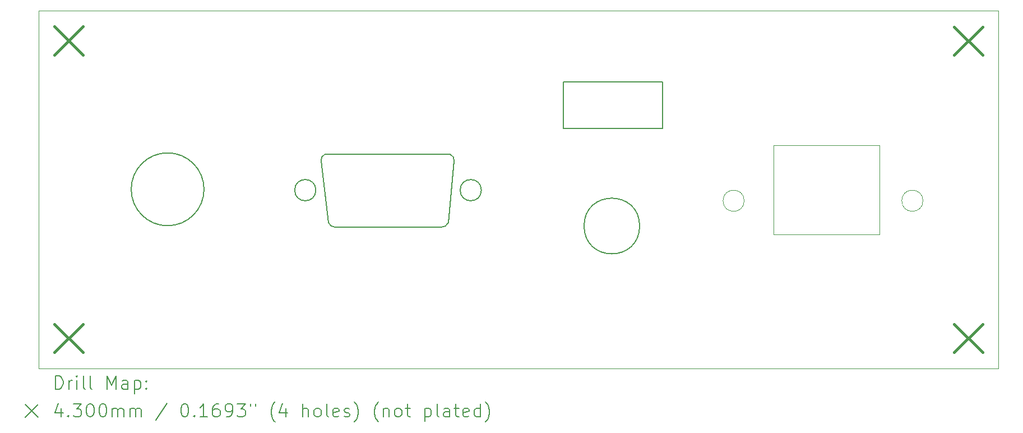
<source format=gbr>
%TF.GenerationSoftware,KiCad,Pcbnew,8.0.1*%
%TF.CreationDate,2025-07-27T10:51:25+02:00*%
%TF.ProjectId,SVX_Node_Case_back.kicad_pcb_usb,5356585f-4e6f-4646-955f-436173655f62,rev?*%
%TF.SameCoordinates,Original*%
%TF.FileFunction,Drillmap*%
%TF.FilePolarity,Positive*%
%FSLAX45Y45*%
G04 Gerber Fmt 4.5, Leading zero omitted, Abs format (unit mm)*
G04 Created by KiCad (PCBNEW 8.0.1) date 2025-07-27 10:51:25*
%MOMM*%
%LPD*%
G01*
G04 APERTURE LIST*
%ADD10C,0.200000*%
%ADD11C,0.050000*%
%ADD12C,0.430000*%
G04 APERTURE END LIST*
D10*
X10551000Y-9697000D02*
G75*
G02*
X9451000Y-9697000I-550000J0D01*
G01*
X9451000Y-9697000D02*
G75*
G02*
X10551000Y-9697000I550000J0D01*
G01*
X14243974Y-10196681D02*
G75*
G02*
X14130000Y-10270002I-109984J45721D01*
G01*
D11*
X19150000Y-9030000D02*
X20750000Y-9030000D01*
X20750000Y-10380000D01*
X19150000Y-10380000D01*
X19150000Y-9030000D01*
D10*
X12319334Y-9270264D02*
G75*
G02*
X12376061Y-9169702I90936J14984D01*
G01*
X17131000Y-10251000D02*
G75*
G02*
X16291000Y-10251000I-420000J0D01*
G01*
X16291000Y-10251000D02*
G75*
G02*
X17131000Y-10251000I420000J0D01*
G01*
X12530000Y-10270000D02*
X14130000Y-10270000D01*
X14243974Y-10196681D02*
X14328000Y-9271000D01*
X15975000Y-8075000D02*
X17475000Y-8075000D01*
X17475000Y-8775000D01*
X15975000Y-8775000D01*
X15975000Y-8075000D01*
X14740000Y-9710000D02*
G75*
G02*
X14420000Y-9710000I-160000J0D01*
G01*
X14420000Y-9710000D02*
G75*
G02*
X14740000Y-9710000I160000J0D01*
G01*
X12376061Y-9169703D02*
X14270673Y-9170000D01*
X12240000Y-9710000D02*
G75*
G02*
X11920000Y-9710000I-160000J0D01*
G01*
X11920000Y-9710000D02*
G75*
G02*
X12240000Y-9710000I160000J0D01*
G01*
X12530000Y-10270000D02*
G75*
G02*
X12427380Y-10196745I7520J119040D01*
G01*
X14271000Y-9170000D02*
G75*
G02*
X14327729Y-9270561I-34210J-85580D01*
G01*
X12427377Y-10196747D02*
X12319334Y-9270264D01*
D11*
X18710000Y-9870000D02*
G75*
G02*
X18390000Y-9870000I-160000J0D01*
G01*
X18390000Y-9870000D02*
G75*
G02*
X18710000Y-9870000I160000J0D01*
G01*
X21410000Y-9870000D02*
G75*
G02*
X21090000Y-9870000I-160000J0D01*
G01*
X21090000Y-9870000D02*
G75*
G02*
X21410000Y-9870000I160000J0D01*
G01*
X8050000Y-7000000D02*
X22550000Y-7000000D01*
X22550000Y-12400000D01*
X8050000Y-12400000D01*
X8050000Y-7000000D01*
D10*
D12*
X8290000Y-7240000D02*
X8720000Y-7670000D01*
X8720000Y-7240000D02*
X8290000Y-7670000D01*
X8290000Y-11730000D02*
X8720000Y-12160000D01*
X8720000Y-11730000D02*
X8290000Y-12160000D01*
X21878000Y-11730000D02*
X22308000Y-12160000D01*
X22308000Y-11730000D02*
X21878000Y-12160000D01*
X21880000Y-7242500D02*
X22310000Y-7672500D01*
X22310000Y-7242500D02*
X21880000Y-7672500D01*
D10*
X8308277Y-12713984D02*
X8308277Y-12513984D01*
X8308277Y-12513984D02*
X8355896Y-12513984D01*
X8355896Y-12513984D02*
X8384467Y-12523508D01*
X8384467Y-12523508D02*
X8403515Y-12542555D01*
X8403515Y-12542555D02*
X8413039Y-12561603D01*
X8413039Y-12561603D02*
X8422563Y-12599698D01*
X8422563Y-12599698D02*
X8422563Y-12628269D01*
X8422563Y-12628269D02*
X8413039Y-12666365D01*
X8413039Y-12666365D02*
X8403515Y-12685412D01*
X8403515Y-12685412D02*
X8384467Y-12704460D01*
X8384467Y-12704460D02*
X8355896Y-12713984D01*
X8355896Y-12713984D02*
X8308277Y-12713984D01*
X8508277Y-12713984D02*
X8508277Y-12580650D01*
X8508277Y-12618746D02*
X8517801Y-12599698D01*
X8517801Y-12599698D02*
X8527324Y-12590174D01*
X8527324Y-12590174D02*
X8546372Y-12580650D01*
X8546372Y-12580650D02*
X8565420Y-12580650D01*
X8632086Y-12713984D02*
X8632086Y-12580650D01*
X8632086Y-12513984D02*
X8622563Y-12523508D01*
X8622563Y-12523508D02*
X8632086Y-12533031D01*
X8632086Y-12533031D02*
X8641610Y-12523508D01*
X8641610Y-12523508D02*
X8632086Y-12513984D01*
X8632086Y-12513984D02*
X8632086Y-12533031D01*
X8755896Y-12713984D02*
X8736848Y-12704460D01*
X8736848Y-12704460D02*
X8727324Y-12685412D01*
X8727324Y-12685412D02*
X8727324Y-12513984D01*
X8860658Y-12713984D02*
X8841610Y-12704460D01*
X8841610Y-12704460D02*
X8832086Y-12685412D01*
X8832086Y-12685412D02*
X8832086Y-12513984D01*
X9089229Y-12713984D02*
X9089229Y-12513984D01*
X9089229Y-12513984D02*
X9155896Y-12656841D01*
X9155896Y-12656841D02*
X9222563Y-12513984D01*
X9222563Y-12513984D02*
X9222563Y-12713984D01*
X9403515Y-12713984D02*
X9403515Y-12609222D01*
X9403515Y-12609222D02*
X9393991Y-12590174D01*
X9393991Y-12590174D02*
X9374944Y-12580650D01*
X9374944Y-12580650D02*
X9336848Y-12580650D01*
X9336848Y-12580650D02*
X9317801Y-12590174D01*
X9403515Y-12704460D02*
X9384467Y-12713984D01*
X9384467Y-12713984D02*
X9336848Y-12713984D01*
X9336848Y-12713984D02*
X9317801Y-12704460D01*
X9317801Y-12704460D02*
X9308277Y-12685412D01*
X9308277Y-12685412D02*
X9308277Y-12666365D01*
X9308277Y-12666365D02*
X9317801Y-12647317D01*
X9317801Y-12647317D02*
X9336848Y-12637793D01*
X9336848Y-12637793D02*
X9384467Y-12637793D01*
X9384467Y-12637793D02*
X9403515Y-12628269D01*
X9498753Y-12580650D02*
X9498753Y-12780650D01*
X9498753Y-12590174D02*
X9517801Y-12580650D01*
X9517801Y-12580650D02*
X9555896Y-12580650D01*
X9555896Y-12580650D02*
X9574944Y-12590174D01*
X9574944Y-12590174D02*
X9584467Y-12599698D01*
X9584467Y-12599698D02*
X9593991Y-12618746D01*
X9593991Y-12618746D02*
X9593991Y-12675888D01*
X9593991Y-12675888D02*
X9584467Y-12694936D01*
X9584467Y-12694936D02*
X9574944Y-12704460D01*
X9574944Y-12704460D02*
X9555896Y-12713984D01*
X9555896Y-12713984D02*
X9517801Y-12713984D01*
X9517801Y-12713984D02*
X9498753Y-12704460D01*
X9679705Y-12694936D02*
X9689229Y-12704460D01*
X9689229Y-12704460D02*
X9679705Y-12713984D01*
X9679705Y-12713984D02*
X9670182Y-12704460D01*
X9670182Y-12704460D02*
X9679705Y-12694936D01*
X9679705Y-12694936D02*
X9679705Y-12713984D01*
X9679705Y-12590174D02*
X9689229Y-12599698D01*
X9689229Y-12599698D02*
X9679705Y-12609222D01*
X9679705Y-12609222D02*
X9670182Y-12599698D01*
X9670182Y-12599698D02*
X9679705Y-12590174D01*
X9679705Y-12590174D02*
X9679705Y-12609222D01*
X7847500Y-12942500D02*
X8047500Y-13142500D01*
X8047500Y-12942500D02*
X7847500Y-13142500D01*
X8393991Y-13000650D02*
X8393991Y-13133984D01*
X8346372Y-12924460D02*
X8298753Y-13067317D01*
X8298753Y-13067317D02*
X8422563Y-13067317D01*
X8498753Y-13114936D02*
X8508277Y-13124460D01*
X8508277Y-13124460D02*
X8498753Y-13133984D01*
X8498753Y-13133984D02*
X8489229Y-13124460D01*
X8489229Y-13124460D02*
X8498753Y-13114936D01*
X8498753Y-13114936D02*
X8498753Y-13133984D01*
X8574944Y-12933984D02*
X8698753Y-12933984D01*
X8698753Y-12933984D02*
X8632086Y-13010174D01*
X8632086Y-13010174D02*
X8660658Y-13010174D01*
X8660658Y-13010174D02*
X8679705Y-13019698D01*
X8679705Y-13019698D02*
X8689229Y-13029222D01*
X8689229Y-13029222D02*
X8698753Y-13048269D01*
X8698753Y-13048269D02*
X8698753Y-13095888D01*
X8698753Y-13095888D02*
X8689229Y-13114936D01*
X8689229Y-13114936D02*
X8679705Y-13124460D01*
X8679705Y-13124460D02*
X8660658Y-13133984D01*
X8660658Y-13133984D02*
X8603515Y-13133984D01*
X8603515Y-13133984D02*
X8584467Y-13124460D01*
X8584467Y-13124460D02*
X8574944Y-13114936D01*
X8822563Y-12933984D02*
X8841610Y-12933984D01*
X8841610Y-12933984D02*
X8860658Y-12943508D01*
X8860658Y-12943508D02*
X8870182Y-12953031D01*
X8870182Y-12953031D02*
X8879705Y-12972079D01*
X8879705Y-12972079D02*
X8889229Y-13010174D01*
X8889229Y-13010174D02*
X8889229Y-13057793D01*
X8889229Y-13057793D02*
X8879705Y-13095888D01*
X8879705Y-13095888D02*
X8870182Y-13114936D01*
X8870182Y-13114936D02*
X8860658Y-13124460D01*
X8860658Y-13124460D02*
X8841610Y-13133984D01*
X8841610Y-13133984D02*
X8822563Y-13133984D01*
X8822563Y-13133984D02*
X8803515Y-13124460D01*
X8803515Y-13124460D02*
X8793991Y-13114936D01*
X8793991Y-13114936D02*
X8784467Y-13095888D01*
X8784467Y-13095888D02*
X8774944Y-13057793D01*
X8774944Y-13057793D02*
X8774944Y-13010174D01*
X8774944Y-13010174D02*
X8784467Y-12972079D01*
X8784467Y-12972079D02*
X8793991Y-12953031D01*
X8793991Y-12953031D02*
X8803515Y-12943508D01*
X8803515Y-12943508D02*
X8822563Y-12933984D01*
X9013039Y-12933984D02*
X9032086Y-12933984D01*
X9032086Y-12933984D02*
X9051134Y-12943508D01*
X9051134Y-12943508D02*
X9060658Y-12953031D01*
X9060658Y-12953031D02*
X9070182Y-12972079D01*
X9070182Y-12972079D02*
X9079705Y-13010174D01*
X9079705Y-13010174D02*
X9079705Y-13057793D01*
X9079705Y-13057793D02*
X9070182Y-13095888D01*
X9070182Y-13095888D02*
X9060658Y-13114936D01*
X9060658Y-13114936D02*
X9051134Y-13124460D01*
X9051134Y-13124460D02*
X9032086Y-13133984D01*
X9032086Y-13133984D02*
X9013039Y-13133984D01*
X9013039Y-13133984D02*
X8993991Y-13124460D01*
X8993991Y-13124460D02*
X8984467Y-13114936D01*
X8984467Y-13114936D02*
X8974944Y-13095888D01*
X8974944Y-13095888D02*
X8965420Y-13057793D01*
X8965420Y-13057793D02*
X8965420Y-13010174D01*
X8965420Y-13010174D02*
X8974944Y-12972079D01*
X8974944Y-12972079D02*
X8984467Y-12953031D01*
X8984467Y-12953031D02*
X8993991Y-12943508D01*
X8993991Y-12943508D02*
X9013039Y-12933984D01*
X9165420Y-13133984D02*
X9165420Y-13000650D01*
X9165420Y-13019698D02*
X9174944Y-13010174D01*
X9174944Y-13010174D02*
X9193991Y-13000650D01*
X9193991Y-13000650D02*
X9222563Y-13000650D01*
X9222563Y-13000650D02*
X9241610Y-13010174D01*
X9241610Y-13010174D02*
X9251134Y-13029222D01*
X9251134Y-13029222D02*
X9251134Y-13133984D01*
X9251134Y-13029222D02*
X9260658Y-13010174D01*
X9260658Y-13010174D02*
X9279705Y-13000650D01*
X9279705Y-13000650D02*
X9308277Y-13000650D01*
X9308277Y-13000650D02*
X9327325Y-13010174D01*
X9327325Y-13010174D02*
X9336848Y-13029222D01*
X9336848Y-13029222D02*
X9336848Y-13133984D01*
X9432086Y-13133984D02*
X9432086Y-13000650D01*
X9432086Y-13019698D02*
X9441610Y-13010174D01*
X9441610Y-13010174D02*
X9460658Y-13000650D01*
X9460658Y-13000650D02*
X9489229Y-13000650D01*
X9489229Y-13000650D02*
X9508277Y-13010174D01*
X9508277Y-13010174D02*
X9517801Y-13029222D01*
X9517801Y-13029222D02*
X9517801Y-13133984D01*
X9517801Y-13029222D02*
X9527325Y-13010174D01*
X9527325Y-13010174D02*
X9546372Y-13000650D01*
X9546372Y-13000650D02*
X9574944Y-13000650D01*
X9574944Y-13000650D02*
X9593991Y-13010174D01*
X9593991Y-13010174D02*
X9603515Y-13029222D01*
X9603515Y-13029222D02*
X9603515Y-13133984D01*
X9993991Y-12924460D02*
X9822563Y-13181603D01*
X10251134Y-12933984D02*
X10270182Y-12933984D01*
X10270182Y-12933984D02*
X10289229Y-12943508D01*
X10289229Y-12943508D02*
X10298753Y-12953031D01*
X10298753Y-12953031D02*
X10308277Y-12972079D01*
X10308277Y-12972079D02*
X10317801Y-13010174D01*
X10317801Y-13010174D02*
X10317801Y-13057793D01*
X10317801Y-13057793D02*
X10308277Y-13095888D01*
X10308277Y-13095888D02*
X10298753Y-13114936D01*
X10298753Y-13114936D02*
X10289229Y-13124460D01*
X10289229Y-13124460D02*
X10270182Y-13133984D01*
X10270182Y-13133984D02*
X10251134Y-13133984D01*
X10251134Y-13133984D02*
X10232087Y-13124460D01*
X10232087Y-13124460D02*
X10222563Y-13114936D01*
X10222563Y-13114936D02*
X10213039Y-13095888D01*
X10213039Y-13095888D02*
X10203515Y-13057793D01*
X10203515Y-13057793D02*
X10203515Y-13010174D01*
X10203515Y-13010174D02*
X10213039Y-12972079D01*
X10213039Y-12972079D02*
X10222563Y-12953031D01*
X10222563Y-12953031D02*
X10232087Y-12943508D01*
X10232087Y-12943508D02*
X10251134Y-12933984D01*
X10403515Y-13114936D02*
X10413039Y-13124460D01*
X10413039Y-13124460D02*
X10403515Y-13133984D01*
X10403515Y-13133984D02*
X10393991Y-13124460D01*
X10393991Y-13124460D02*
X10403515Y-13114936D01*
X10403515Y-13114936D02*
X10403515Y-13133984D01*
X10603515Y-13133984D02*
X10489229Y-13133984D01*
X10546372Y-13133984D02*
X10546372Y-12933984D01*
X10546372Y-12933984D02*
X10527325Y-12962555D01*
X10527325Y-12962555D02*
X10508277Y-12981603D01*
X10508277Y-12981603D02*
X10489229Y-12991127D01*
X10774944Y-12933984D02*
X10736848Y-12933984D01*
X10736848Y-12933984D02*
X10717801Y-12943508D01*
X10717801Y-12943508D02*
X10708277Y-12953031D01*
X10708277Y-12953031D02*
X10689229Y-12981603D01*
X10689229Y-12981603D02*
X10679706Y-13019698D01*
X10679706Y-13019698D02*
X10679706Y-13095888D01*
X10679706Y-13095888D02*
X10689229Y-13114936D01*
X10689229Y-13114936D02*
X10698753Y-13124460D01*
X10698753Y-13124460D02*
X10717801Y-13133984D01*
X10717801Y-13133984D02*
X10755896Y-13133984D01*
X10755896Y-13133984D02*
X10774944Y-13124460D01*
X10774944Y-13124460D02*
X10784468Y-13114936D01*
X10784468Y-13114936D02*
X10793991Y-13095888D01*
X10793991Y-13095888D02*
X10793991Y-13048269D01*
X10793991Y-13048269D02*
X10784468Y-13029222D01*
X10784468Y-13029222D02*
X10774944Y-13019698D01*
X10774944Y-13019698D02*
X10755896Y-13010174D01*
X10755896Y-13010174D02*
X10717801Y-13010174D01*
X10717801Y-13010174D02*
X10698753Y-13019698D01*
X10698753Y-13019698D02*
X10689229Y-13029222D01*
X10689229Y-13029222D02*
X10679706Y-13048269D01*
X10889229Y-13133984D02*
X10927325Y-13133984D01*
X10927325Y-13133984D02*
X10946372Y-13124460D01*
X10946372Y-13124460D02*
X10955896Y-13114936D01*
X10955896Y-13114936D02*
X10974944Y-13086365D01*
X10974944Y-13086365D02*
X10984468Y-13048269D01*
X10984468Y-13048269D02*
X10984468Y-12972079D01*
X10984468Y-12972079D02*
X10974944Y-12953031D01*
X10974944Y-12953031D02*
X10965420Y-12943508D01*
X10965420Y-12943508D02*
X10946372Y-12933984D01*
X10946372Y-12933984D02*
X10908277Y-12933984D01*
X10908277Y-12933984D02*
X10889229Y-12943508D01*
X10889229Y-12943508D02*
X10879706Y-12953031D01*
X10879706Y-12953031D02*
X10870182Y-12972079D01*
X10870182Y-12972079D02*
X10870182Y-13019698D01*
X10870182Y-13019698D02*
X10879706Y-13038746D01*
X10879706Y-13038746D02*
X10889229Y-13048269D01*
X10889229Y-13048269D02*
X10908277Y-13057793D01*
X10908277Y-13057793D02*
X10946372Y-13057793D01*
X10946372Y-13057793D02*
X10965420Y-13048269D01*
X10965420Y-13048269D02*
X10974944Y-13038746D01*
X10974944Y-13038746D02*
X10984468Y-13019698D01*
X11051134Y-12933984D02*
X11174944Y-12933984D01*
X11174944Y-12933984D02*
X11108277Y-13010174D01*
X11108277Y-13010174D02*
X11136849Y-13010174D01*
X11136849Y-13010174D02*
X11155896Y-13019698D01*
X11155896Y-13019698D02*
X11165420Y-13029222D01*
X11165420Y-13029222D02*
X11174944Y-13048269D01*
X11174944Y-13048269D02*
X11174944Y-13095888D01*
X11174944Y-13095888D02*
X11165420Y-13114936D01*
X11165420Y-13114936D02*
X11155896Y-13124460D01*
X11155896Y-13124460D02*
X11136849Y-13133984D01*
X11136849Y-13133984D02*
X11079706Y-13133984D01*
X11079706Y-13133984D02*
X11060658Y-13124460D01*
X11060658Y-13124460D02*
X11051134Y-13114936D01*
X11251134Y-12933984D02*
X11251134Y-12972079D01*
X11327325Y-12933984D02*
X11327325Y-12972079D01*
X11622563Y-13210174D02*
X11613039Y-13200650D01*
X11613039Y-13200650D02*
X11593991Y-13172079D01*
X11593991Y-13172079D02*
X11584468Y-13153031D01*
X11584468Y-13153031D02*
X11574944Y-13124460D01*
X11574944Y-13124460D02*
X11565420Y-13076841D01*
X11565420Y-13076841D02*
X11565420Y-13038746D01*
X11565420Y-13038746D02*
X11574944Y-12991127D01*
X11574944Y-12991127D02*
X11584468Y-12962555D01*
X11584468Y-12962555D02*
X11593991Y-12943508D01*
X11593991Y-12943508D02*
X11613039Y-12914936D01*
X11613039Y-12914936D02*
X11622563Y-12905412D01*
X11784468Y-13000650D02*
X11784468Y-13133984D01*
X11736848Y-12924460D02*
X11689229Y-13067317D01*
X11689229Y-13067317D02*
X11813039Y-13067317D01*
X12041610Y-13133984D02*
X12041610Y-12933984D01*
X12127325Y-13133984D02*
X12127325Y-13029222D01*
X12127325Y-13029222D02*
X12117801Y-13010174D01*
X12117801Y-13010174D02*
X12098753Y-13000650D01*
X12098753Y-13000650D02*
X12070182Y-13000650D01*
X12070182Y-13000650D02*
X12051134Y-13010174D01*
X12051134Y-13010174D02*
X12041610Y-13019698D01*
X12251134Y-13133984D02*
X12232087Y-13124460D01*
X12232087Y-13124460D02*
X12222563Y-13114936D01*
X12222563Y-13114936D02*
X12213039Y-13095888D01*
X12213039Y-13095888D02*
X12213039Y-13038746D01*
X12213039Y-13038746D02*
X12222563Y-13019698D01*
X12222563Y-13019698D02*
X12232087Y-13010174D01*
X12232087Y-13010174D02*
X12251134Y-13000650D01*
X12251134Y-13000650D02*
X12279706Y-13000650D01*
X12279706Y-13000650D02*
X12298753Y-13010174D01*
X12298753Y-13010174D02*
X12308277Y-13019698D01*
X12308277Y-13019698D02*
X12317801Y-13038746D01*
X12317801Y-13038746D02*
X12317801Y-13095888D01*
X12317801Y-13095888D02*
X12308277Y-13114936D01*
X12308277Y-13114936D02*
X12298753Y-13124460D01*
X12298753Y-13124460D02*
X12279706Y-13133984D01*
X12279706Y-13133984D02*
X12251134Y-13133984D01*
X12432087Y-13133984D02*
X12413039Y-13124460D01*
X12413039Y-13124460D02*
X12403515Y-13105412D01*
X12403515Y-13105412D02*
X12403515Y-12933984D01*
X12584468Y-13124460D02*
X12565420Y-13133984D01*
X12565420Y-13133984D02*
X12527325Y-13133984D01*
X12527325Y-13133984D02*
X12508277Y-13124460D01*
X12508277Y-13124460D02*
X12498753Y-13105412D01*
X12498753Y-13105412D02*
X12498753Y-13029222D01*
X12498753Y-13029222D02*
X12508277Y-13010174D01*
X12508277Y-13010174D02*
X12527325Y-13000650D01*
X12527325Y-13000650D02*
X12565420Y-13000650D01*
X12565420Y-13000650D02*
X12584468Y-13010174D01*
X12584468Y-13010174D02*
X12593991Y-13029222D01*
X12593991Y-13029222D02*
X12593991Y-13048269D01*
X12593991Y-13048269D02*
X12498753Y-13067317D01*
X12670182Y-13124460D02*
X12689230Y-13133984D01*
X12689230Y-13133984D02*
X12727325Y-13133984D01*
X12727325Y-13133984D02*
X12746372Y-13124460D01*
X12746372Y-13124460D02*
X12755896Y-13105412D01*
X12755896Y-13105412D02*
X12755896Y-13095888D01*
X12755896Y-13095888D02*
X12746372Y-13076841D01*
X12746372Y-13076841D02*
X12727325Y-13067317D01*
X12727325Y-13067317D02*
X12698753Y-13067317D01*
X12698753Y-13067317D02*
X12679706Y-13057793D01*
X12679706Y-13057793D02*
X12670182Y-13038746D01*
X12670182Y-13038746D02*
X12670182Y-13029222D01*
X12670182Y-13029222D02*
X12679706Y-13010174D01*
X12679706Y-13010174D02*
X12698753Y-13000650D01*
X12698753Y-13000650D02*
X12727325Y-13000650D01*
X12727325Y-13000650D02*
X12746372Y-13010174D01*
X12822563Y-13210174D02*
X12832087Y-13200650D01*
X12832087Y-13200650D02*
X12851134Y-13172079D01*
X12851134Y-13172079D02*
X12860658Y-13153031D01*
X12860658Y-13153031D02*
X12870182Y-13124460D01*
X12870182Y-13124460D02*
X12879706Y-13076841D01*
X12879706Y-13076841D02*
X12879706Y-13038746D01*
X12879706Y-13038746D02*
X12870182Y-12991127D01*
X12870182Y-12991127D02*
X12860658Y-12962555D01*
X12860658Y-12962555D02*
X12851134Y-12943508D01*
X12851134Y-12943508D02*
X12832087Y-12914936D01*
X12832087Y-12914936D02*
X12822563Y-12905412D01*
X13184468Y-13210174D02*
X13174944Y-13200650D01*
X13174944Y-13200650D02*
X13155896Y-13172079D01*
X13155896Y-13172079D02*
X13146372Y-13153031D01*
X13146372Y-13153031D02*
X13136849Y-13124460D01*
X13136849Y-13124460D02*
X13127325Y-13076841D01*
X13127325Y-13076841D02*
X13127325Y-13038746D01*
X13127325Y-13038746D02*
X13136849Y-12991127D01*
X13136849Y-12991127D02*
X13146372Y-12962555D01*
X13146372Y-12962555D02*
X13155896Y-12943508D01*
X13155896Y-12943508D02*
X13174944Y-12914936D01*
X13174944Y-12914936D02*
X13184468Y-12905412D01*
X13260658Y-13000650D02*
X13260658Y-13133984D01*
X13260658Y-13019698D02*
X13270182Y-13010174D01*
X13270182Y-13010174D02*
X13289230Y-13000650D01*
X13289230Y-13000650D02*
X13317801Y-13000650D01*
X13317801Y-13000650D02*
X13336849Y-13010174D01*
X13336849Y-13010174D02*
X13346372Y-13029222D01*
X13346372Y-13029222D02*
X13346372Y-13133984D01*
X13470182Y-13133984D02*
X13451134Y-13124460D01*
X13451134Y-13124460D02*
X13441611Y-13114936D01*
X13441611Y-13114936D02*
X13432087Y-13095888D01*
X13432087Y-13095888D02*
X13432087Y-13038746D01*
X13432087Y-13038746D02*
X13441611Y-13019698D01*
X13441611Y-13019698D02*
X13451134Y-13010174D01*
X13451134Y-13010174D02*
X13470182Y-13000650D01*
X13470182Y-13000650D02*
X13498753Y-13000650D01*
X13498753Y-13000650D02*
X13517801Y-13010174D01*
X13517801Y-13010174D02*
X13527325Y-13019698D01*
X13527325Y-13019698D02*
X13536849Y-13038746D01*
X13536849Y-13038746D02*
X13536849Y-13095888D01*
X13536849Y-13095888D02*
X13527325Y-13114936D01*
X13527325Y-13114936D02*
X13517801Y-13124460D01*
X13517801Y-13124460D02*
X13498753Y-13133984D01*
X13498753Y-13133984D02*
X13470182Y-13133984D01*
X13593992Y-13000650D02*
X13670182Y-13000650D01*
X13622563Y-12933984D02*
X13622563Y-13105412D01*
X13622563Y-13105412D02*
X13632087Y-13124460D01*
X13632087Y-13124460D02*
X13651134Y-13133984D01*
X13651134Y-13133984D02*
X13670182Y-13133984D01*
X13889230Y-13000650D02*
X13889230Y-13200650D01*
X13889230Y-13010174D02*
X13908277Y-13000650D01*
X13908277Y-13000650D02*
X13946373Y-13000650D01*
X13946373Y-13000650D02*
X13965420Y-13010174D01*
X13965420Y-13010174D02*
X13974944Y-13019698D01*
X13974944Y-13019698D02*
X13984468Y-13038746D01*
X13984468Y-13038746D02*
X13984468Y-13095888D01*
X13984468Y-13095888D02*
X13974944Y-13114936D01*
X13974944Y-13114936D02*
X13965420Y-13124460D01*
X13965420Y-13124460D02*
X13946373Y-13133984D01*
X13946373Y-13133984D02*
X13908277Y-13133984D01*
X13908277Y-13133984D02*
X13889230Y-13124460D01*
X14098753Y-13133984D02*
X14079706Y-13124460D01*
X14079706Y-13124460D02*
X14070182Y-13105412D01*
X14070182Y-13105412D02*
X14070182Y-12933984D01*
X14260658Y-13133984D02*
X14260658Y-13029222D01*
X14260658Y-13029222D02*
X14251134Y-13010174D01*
X14251134Y-13010174D02*
X14232087Y-13000650D01*
X14232087Y-13000650D02*
X14193992Y-13000650D01*
X14193992Y-13000650D02*
X14174944Y-13010174D01*
X14260658Y-13124460D02*
X14241611Y-13133984D01*
X14241611Y-13133984D02*
X14193992Y-13133984D01*
X14193992Y-13133984D02*
X14174944Y-13124460D01*
X14174944Y-13124460D02*
X14165420Y-13105412D01*
X14165420Y-13105412D02*
X14165420Y-13086365D01*
X14165420Y-13086365D02*
X14174944Y-13067317D01*
X14174944Y-13067317D02*
X14193992Y-13057793D01*
X14193992Y-13057793D02*
X14241611Y-13057793D01*
X14241611Y-13057793D02*
X14260658Y-13048269D01*
X14327325Y-13000650D02*
X14403515Y-13000650D01*
X14355896Y-12933984D02*
X14355896Y-13105412D01*
X14355896Y-13105412D02*
X14365420Y-13124460D01*
X14365420Y-13124460D02*
X14384468Y-13133984D01*
X14384468Y-13133984D02*
X14403515Y-13133984D01*
X14546373Y-13124460D02*
X14527325Y-13133984D01*
X14527325Y-13133984D02*
X14489230Y-13133984D01*
X14489230Y-13133984D02*
X14470182Y-13124460D01*
X14470182Y-13124460D02*
X14460658Y-13105412D01*
X14460658Y-13105412D02*
X14460658Y-13029222D01*
X14460658Y-13029222D02*
X14470182Y-13010174D01*
X14470182Y-13010174D02*
X14489230Y-13000650D01*
X14489230Y-13000650D02*
X14527325Y-13000650D01*
X14527325Y-13000650D02*
X14546373Y-13010174D01*
X14546373Y-13010174D02*
X14555896Y-13029222D01*
X14555896Y-13029222D02*
X14555896Y-13048269D01*
X14555896Y-13048269D02*
X14460658Y-13067317D01*
X14727325Y-13133984D02*
X14727325Y-12933984D01*
X14727325Y-13124460D02*
X14708277Y-13133984D01*
X14708277Y-13133984D02*
X14670182Y-13133984D01*
X14670182Y-13133984D02*
X14651134Y-13124460D01*
X14651134Y-13124460D02*
X14641611Y-13114936D01*
X14641611Y-13114936D02*
X14632087Y-13095888D01*
X14632087Y-13095888D02*
X14632087Y-13038746D01*
X14632087Y-13038746D02*
X14641611Y-13019698D01*
X14641611Y-13019698D02*
X14651134Y-13010174D01*
X14651134Y-13010174D02*
X14670182Y-13000650D01*
X14670182Y-13000650D02*
X14708277Y-13000650D01*
X14708277Y-13000650D02*
X14727325Y-13010174D01*
X14803515Y-13210174D02*
X14813039Y-13200650D01*
X14813039Y-13200650D02*
X14832087Y-13172079D01*
X14832087Y-13172079D02*
X14841611Y-13153031D01*
X14841611Y-13153031D02*
X14851134Y-13124460D01*
X14851134Y-13124460D02*
X14860658Y-13076841D01*
X14860658Y-13076841D02*
X14860658Y-13038746D01*
X14860658Y-13038746D02*
X14851134Y-12991127D01*
X14851134Y-12991127D02*
X14841611Y-12962555D01*
X14841611Y-12962555D02*
X14832087Y-12943508D01*
X14832087Y-12943508D02*
X14813039Y-12914936D01*
X14813039Y-12914936D02*
X14803515Y-12905412D01*
M02*

</source>
